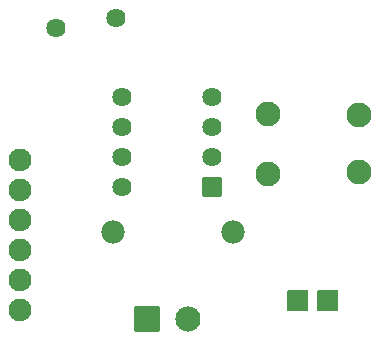
<source format=gbs>
G04 Layer: BottomSolderMaskLayer*
G04 EasyEDA v6.5.38, 2023-11-21 20:31:00*
G04 3b2ada83d2834a8189a3dbe9e069efb4,bdc27fef4a1345bbb39b87b2aadd64ff,10*
G04 Gerber Generator version 0.2*
G04 Scale: 100 percent, Rotated: No, Reflected: No *
G04 Dimensions in millimeters *
G04 leading zeros omitted , absolute positions ,4 integer and 5 decimal *
%FSLAX45Y45*%
%MOMM*%

%AMMACRO1*1,1,$1,$2,$3*1,1,$1,$4,$5*1,1,$1,0-$2,0-$3*1,1,$1,0-$4,0-$5*20,1,$1,$2,$3,$4,$5,0*20,1,$1,$4,$5,0-$2,0-$3,0*20,1,$1,0-$2,0-$3,0-$4,0-$5,0*20,1,$1,0-$4,0-$5,$2,$3,0*4,1,4,$2,$3,$4,$5,0-$2,0-$3,0-$4,0-$5,$2,$3,0*%
%ADD10MACRO1,0.1016X-1.016X1.016X1.016X1.016*%
%ADD11C,2.1336*%
%ADD12MACRO1,0.1016X-0.8382X0.8382X0.8382X0.8382*%
%ADD13C,2.1016*%
%ADD14C,1.9812*%
%ADD15MACRO1,0.1016X0.762X-0.762X-0.762X-0.762*%
%ADD16C,1.6256*%
%ADD17C,1.9304*%

%LPD*%
D10*
G01*
X5843600Y2540000D03*
D11*
G01*
X6193612Y2540000D03*
D12*
G01*
X7124700Y2692400D03*
G01*
X7378700Y2692400D03*
D13*
G01*
X6870700Y4279900D03*
G01*
X7645400Y3784600D03*
G01*
X6870700Y3771900D03*
G01*
X7645400Y4267200D03*
D14*
G01*
X5562600Y3276600D03*
G01*
X6578600Y3276600D03*
D15*
G01*
X6400800Y3657600D03*
D16*
G01*
X6400800Y3911600D03*
G01*
X6400800Y4165600D03*
G01*
X6400800Y4419600D03*
G01*
X5638800Y4419600D03*
G01*
X5638800Y4165600D03*
G01*
X5638800Y3911600D03*
G01*
X5638800Y3657600D03*
D17*
G01*
X4775200Y2616200D03*
G01*
X4775200Y2870200D03*
G01*
X4775200Y3124200D03*
G01*
X4775200Y3378200D03*
G01*
X4775200Y3632200D03*
G01*
X4775200Y3886200D03*
D16*
G01*
X5080000Y5003800D03*
G01*
X5588000Y5092700D03*
M02*

</source>
